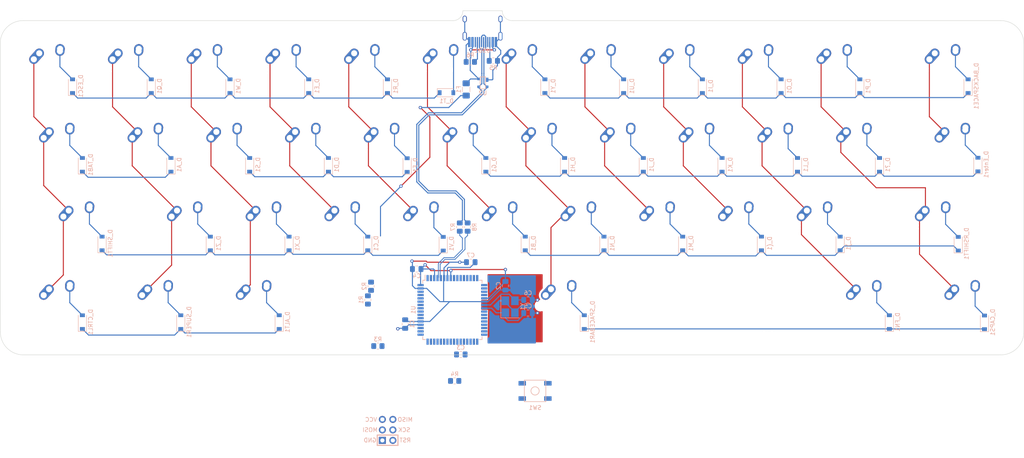
<source format=kicad_pcb>
(kicad_pcb (version 20211014) (generator pcbnew)
  (layers (0 "F.Cu" signal) (31 "B.Cu" signal) (34 "B.Paste" user) (35 "F.Paste" user) (36 "B.SilkS" user "B.Silkscreen") (37 "F.SilkS" user "F.Silkscreen") (38 "B.Mask" user) (39 "F.Mask" user) (44 "Edge.Cuts" user))
  (net 0 "")
  (net 1 "+5V")
  (net 2 "GND")
  (net 3 "Net-(C5-Pad2)")
  (net 4 "Net-(C6-Pad2)")
  (net 5 "Net-(C7-Pad1)")
  (net 6 "Net-(D_(1-Pad1)")
  (net 7 "Net-(D_(1-Pad2)")
  (net 8 "Net-(D_)1-Pad2)")
  (net 9 "Net-(D_A1-Pad2)")
  (net 10 "Net-(D_ALT1-Pad1)")
  (net 11 "Net-(D_ALT1-Pad2)")
  (net 12 "Net-(D_B1-Pad2)")
  (net 13 "Net-(D_BACKSPACE1-Pad1)")
  (net 14 "Net-(D_BACKSPACE1-Pad2)")
  (net 15 "Net-(D_C1-Pad2)")
  (net 16 "Net-(D_CAPS1-Pad2)")
  (net 17 "Net-(D_CTRL1-Pad2)")
  (net 18 "Net-(D_D1-Pad2)")
  (net 19 "Net-(D_E1-Pad2)")
  (net 20 "Net-(D_ESC1-Pad2)")
  (net 21 "Net-(D_F1-Pad2)")
  (net 22 "Net-(D_FN1-Pad2)")
  (net 23 "Net-(D_G1-Pad2)")
  (net 24 "Net-(D_H1-Pad2)")
  (net 25 "Net-(D_I1-Pad2)")
  (net 26 "Net-(D_J1-Pad2)")
  (net 27 "Net-(D_K1-Pad2)")
  (net 28 "Net-(D_L1-Pad2)")
  (net 29 "Net-(D_M1-Pad2)")
  (net 30 "Net-(D_N1-Pad2)")
  (net 31 "Net-(D_O1-Pad2)")
  (net 32 "Net-(D_P1-Pad2)")
  (net 33 "Net-(D_Q1-Pad2)")
  (net 34 "Net-(D_R1-Pad2)")
  (net 35 "Net-(D_RSHIFT1-Pad2)")
  (net 36 "Net-(D_S1-Pad2)")
  (net 37 "Net-(D_SHIFT1-Pad2)")
  (net 38 "Net-(D_SPACEBAR1-Pad2)")
  (net 39 "Net-(D_SUPER1-Pad2)")
  (net 40 "Net-(D_T1-Pad2)")
  (net 41 "Net-(D_TAB1-Pad2)")
  (net 42 "Net-(D_U1-Pad2)")
  (net 43 "Net-(D_V1-Pad2)")
  (net 44 "Net-(D_W1-Pad2)")
  (net 45 "Net-(D_X1-Pad2)")
  (net 46 "Net-(D_Y1-Pad2)")
  (net 47 "Net-(D_Z1-Pad2)")
  (net 48 "VCC")
  (net 49 "MISO")
  (net 50 "SCK")
  (net 51 "MOSI")
  (net 52 "Net-(J1-Pad5)")
  (net 53 "Net-(MX_(1-Pad1)")
  (net 54 "Net-(MX_)1-Pad1)")
  (net 55 "Net-(MX_A1-Pad1)")
  (net 56 "Net-(MX_ALT1-Pad1)")
  (net 57 "Net-(MX_B1-Pad1)")
  (net 58 "Net-(MX_BACKSPACE1-Pad1)")
  (net 59 "Net-(MX_C1-Pad1)")
  (net 60 "Net-(MX_CTRL1-Pad1)")
  (net 61 "Net-(MX_F1-Pad1)")
  (net 62 "Net-(MX_H1-Pad1)")
  (net 63 "Net-(MX_J1-Pad1)")
  (net 64 "Net-(R1-Pad1)")
  (net 65 "D+")
  (net 66 "Net-(R2-Pad1)")
  (net 67 "D-")
  (net 68 "Net-(R3-Pad1)")
  (net 69 "Net-(R5-Pad1)")
  (net 70 "Net-(R6-Pad1)")
  (net 74 "unconnected-(U1-Pad10)")
  (net 118 "Net-(D_?1-Pad1)")
  (net 119 "Net-(D_?1-Pad2)")
  (net 120 "Net-(D_Enter1-Pad2)")
  (net 121 "Net-(MX_?1-Pad1)")
  (net 122 "DN")
  (net 123 "DP")
  (footprint "MX_Alps_Hybrid:MX-1.25U-NoLED" (layer "F.Cu") (at 643.73125 146.05)
    (fp_text reference "MX_FN1")
    (fp_text value "MX-NoLED")
  )
  (footprint "MX_Alps_Hybrid:MX-1U-NoLED" (layer "F.Cu") (at 469.9 107.95)
    (fp_text reference "MX_A1")
    (fp_text value "MX-NoLED")
  )
  (footprint "MX_Alps_Hybrid:MX-1U-NoLED" (layer "F.Cu") (at 593.725 127)
    (fp_text reference "MX_M1")
    (fp_text value "MX-NoLED")
  )
  (footprint "MX_Alps_Hybrid:MX-1U-NoLED" (layer "F.Cu") (at 617.5375 88.9)
    (fp_text reference "MX_O1")
    (fp_text value "MX-NoLED")
  )
  (footprint "MX_Alps_Hybrid:MX-1U-NoLED" (layer "F.Cu") (at 579.4375 88.9)
    (fp_text reference "MX_U1")
    (fp_text value "MX-NoLED")
  )
  (footprint "MX_Alps_Hybrid:MX-1U-NoLED" (layer "F.Cu") (at 565.15 107.95)
    (fp_text reference "MX_H1")
    (fp_text value "MX-NoLED")
  )
  (footprint "MX_Alps_Hybrid:MX-1U-NoLED" (layer "F.Cu") (at 484.1875 88.9)
    (fp_text reference "MX_W1")
    (fp_text value "MX-NoLED")
  )
  (footprint "MX_Alps_Hybrid:MX-1.75U-NoLED" (layer "F.Cu") (at 453.23125 127)
    (fp_text reference "MX_SHIFT1")
    (fp_text value "MX-NoLED")
  )
  (footprint "MX_Alps_Hybrid:MX-1U-NoLED" (layer "F.Cu") (at 517.525 127)
    (fp_text reference "MX_C1")
    (fp_text value "MX-NoLED")
  )
  (footprint "MX_Alps_Hybrid:MX-1.25U-NoLED" (layer "F.Cu") (at 667.54375 146.05)
    (fp_text reference "MX_CAPS1")
    (fp_text value "MX-NoLED")
  )
  (footprint "MX_Alps_Hybrid:MX-1U-NoLED" (layer "F.Cu") (at 598.4875 88.9)
    (fp_text reference "MX_I1")
    (fp_text value "MX-NoLED")
  )
  (footprint "MX_Alps_Hybrid:MX-1U-NoLED" (layer "F.Cu") (at 503.2375 88.9)
    (fp_text reference "MX_E1")
    (fp_text value "MX-NoLED")
  )
  (footprint "MX_Alps_Hybrid:MX-1U-NoLED" (layer "F.Cu") (at 446.0875 88.9)
    (fp_text reference "MX_ESC1")
    (fp_text value "MX-NoLED")
  )
  (footprint "MX_Alps_Hybrid:MX-6.5U-NoLED" (layer "F.Cu") (at 569.9125 146.05)
    (fp_text reference "MX_SPACEBAR1")
    (fp_text value "MX-NoLED")
  )
  (footprint "MX_Alps_Hybrid:MX-1.25U-NoLED" (layer "F.Cu") (at 472.28125 146.05)
    (fp_text reference "MX_SUPER1")
    (fp_text value "MX-NoLED")
  )
  (footprint "MX_Alps_Hybrid:MX-1U-NoLED" (layer "F.Cu") (at 603.25 107.95)
    (fp_text reference "MX_K1")
    (fp_text value "MX-NoLED")
  )
  (footprint "MX_Alps_Hybrid:MX-1U-NoLED" (layer "F.Cu") (at 541.3375 88.9)
    (fp_text reference "MX_T1")
    (fp_text value "MX-NoLED")
  )
  (footprint "MX_Alps_Hybrid:MX-1U-NoLED" (layer "F.Cu") (at 508 107.95)
    (fp_text reference "MX_D1")
    (fp_text value "MX-NoLED")
  )
  (footprint "MX_Alps_Hybrid:MX-1U-NoLED" (layer "F.Cu") (at 498.475 127)
    (fp_text reference "MX_X1")
    (fp_text value "MX-NoLED")
  )
  (footprint "MX_Alps_Hybrid:MX-1U-NoLED" (layer "F.Cu") (at 465.1375 88.9)
    (fp_text reference "MX_Q1")
    (fp_text value "MX-NoLED")
  )
  (footprint "MX_Alps_Hybrid:MX-1.5U-NoLED" (layer "F.Cu") (at 665.1625 107.95)
    (fp_text reference "MX_ENTER1")
    (fp_text value "MX-NoLED")
  )
  (footprint "MX_Alps_Hybrid:MX-1U-NoLED" (layer "F.Cu") (at 536.575 127)
    (fp_text reference "MX_V1")
    (fp_text value "MX-NoLED")
  )
  (footprint "MX_Alps_Hybrid:MX-1.25U-NoLED" (layer "F.Cu") (at 496.09375 146.05)
    (fp_text reference "MX_ALT1")
    (fp_text value "MX-NoLED")
  )
  (footprint "MX_Alps_Hybrid:MX-1.75U-NoLED" (layer "F.Cu") (at 662.78125 88.9)
    (fp_text reference "MX_BACKSPACE1")
    (fp_text value "MX-NoLED")
  )
  (footprint "MX_Alps_Hybrid:MX-1U-NoLED" (layer "F.Cu") (at 555.625 127)
    (fp_text reference "MX_B1")
    (fp_text value "MX-NoLED")
  )
  (footprint "MX_Alps_Hybrid:MX-1U-NoLED" (layer "F.Cu") (at 527.05 107.95)
    (fp_text reference "MX_F1")
    (fp_text value "MX-NoLED")
  )
  (footprint "MX_Alps_Hybrid:MX-1U-NoLED" (layer "F.Cu") (at 636.5875 88.9)
    (fp_text reference "MX_P1")
    (fp_text value "MX-NoLED")
  )
  (footprint "MX_Alps_Hybrid:MX-1U-NoLED" (layer "F.Cu") (at 622.3 107.95)
    (fp_text reference "MX_L1")
    (fp_text value "MX-NoLED")
  )
  (footprint "MX_Alps_Hybrid:MX-1U-NoLED" (layer "F.Cu") (at 479.425 127)
    (fp_text reference "MX_Z1")
    (fp_text value "MX-NoLED")
  )
  (footprint "MX_Alps_Hybrid:MX-1U-NoLED" (layer "F.Cu") (at 546.1 107.95)
    (fp_text reference "MX_G1")
    (fp_text value "MX-NoLED")
  )
  (footprint "MX_Alps_Hybrid:MX-1.25U-NoLED" (layer "F.Cu") (at 448.46875 107.95)
    (fp_text reference "MX_TAB1")
    (fp_text value "MX-NoLED")
  )
  (footprint "MX_Alps_Hybrid:MX-1U-NoLED" (layer "F.Cu") (at 631.825 127)
    (fp_text reference "MX_)1")
    (fp_text value "MX-NoLED")
  )
  (footprint "MX_Alps_Hybrid:MX-1U-NoLED" (layer "F.Cu") (at 584.2 107.95)
    (fp_text reference "MX_J1")
    (fp_text value "MX-NoLED")
  )
  (footprint "MX_Alps_Hybrid:MX-1U-NoLED" (layer "F.Cu") (at 522.2875 88.9)
    (fp_text reference "MX_R1")
    (fp_text value "MX-NoLED")
  )
  (footprint "MX_Alps_Hybrid:MX-1.25U-NoLED" (layer "F.Cu") (at 448.46875 146.05)
    (fp_text reference "MX_CTRL1")
    (fp_text value "MX-NoLED")
  )
  (footprint "MX_Alps_Hybrid:MX-1U-NoLED" (layer "F.Cu") (at 488.95 107.95)
    (fp_text reference "MX_S1")
    (fp_text value "MX-NoLED")
  )
  (footprint "MX_Alps_Hybrid:MX-1U-NoLED" (layer "F.Cu") (at 560.3875 88.9)
    (fp_text reference "MX_Y1")
    (fp_text value "MX-NoLED")
  )
  (footprint "MX_Alps_Hybrid:MX-2U-NoLED" (layer "F.Cu") (at 660.4 127)
    (fp_text reference "MX_RSHIFT1")
    (fp_text value "MX-NoLED")
  )
  (footprint "MX_Alps_Hybrid:MX-1U-NoLED" (layer "F.Cu") (at 574.675 127)
    (fp_text reference "MX_N1")
    (fp_text value "MX-NoLED")
  )
  (footprint "MX_Alps_Hybrid:MX-1U-NoLED" (layer "F.Cu") (at 641.35 107.95)
    (fp_text reference "MX_?1")
    (fp_text value "MX-NoLED")
  )
  (footprint "MX_Alps_Hybrid:MX-1U-NoLED" (layer "F.Cu") (at 612.775 127)
    (fp_text reference "MX_(1")
    (fp_text value "MX-NoLED")
  )
  (footprint "Diode_SMD:D_SOD-123" (layer "B.Cu") (at 649.2875 150.01875 90)
    (fp_text reference "D_FN1")
    (fp_text value "D_Small")
  )
  (footprint "Type-C:HRO-TYPE-C-31-M-12-HandSoldering" (layer "B.Cu") (at 550.8625 73.99625)
    (fp_text reference "USB1")
    (fp_text value "HRO-TYPE-C-31-M-12")
  )
  (footprint "Diode_SMD:D_SOD-123" (layer "B.Cu") (at 627.0625 111.91875 90)
    (fp_text reference "D_L1")
    (fp_text value "D_Small")
  )
  (footprint "Capacitor_SMD:C_0805_2012Metric_Pad1.18x1.45mm_HandSolder" (layer "B.Cu") (at 548.005 135.509 180)
    (fp_text reference "C7")
    (fp_text value "1uF")
  )
  (footprint "Diode_SMD:D_SOD-123" (layer "B.Cu") (at 508.79375 92.86875 90)
    (fp_text reference "D_E1")
    (fp_text value "D_Small")
  )
  (footprint "Resistor_SMD:R_0805_2012Metric_Pad1.20x1.40mm_HandSolder" (layer "B.Cu") (at 547.243 127 90)
    (fp_text reference "R8")
    (fp_text value "22")
  )
  (footprint "Diode_SMD:D_SOD-123" (layer "B.Cu") (at 561.18125 130.96875 90)
    (fp_text reference "D_B1")
    (fp_text value "D_Small")
  )
  (footprint "Diode_SMD:D_SOD-123" (layer "B.Cu") (at 575.46875 150.01875 90)
    (fp_text reference "D_SPACEBAR1")
    (fp_text value "D_Small")
  )
  (footprint "Resistor_SMD:R_0805_2012Metric_Pad1.20x1.40mm_HandSolder" (layer "B.Cu") (at 545.338 127 -90)
    (fp_text reference "R7")
    (fp_text value "22")
  )
  (footprint "Diode_SMD:D_SOD-123" (layer "B.Cu") (at 637.38125 130.96875 90)
    (fp_text reference "D_)1")
    (fp_text value "D_Small")
  )
  (footprint "random-keyboard-parts:SOT143B" (layer "B.Cu") (at 550.926 92.075 180)
    (fp_text reference "U2")
    (fp_text value "PRTR5V0U2X")
  )
  (footprint "random-keyboard-parts:SKQG-1155865" (layer "B.Cu") (at 563.5625 166.6875 180)
    (fp_text reference "SW1")
    (fp_text value "SW_Push")
  )
  (footprint "Diode_SMD:D_SOD-123" (layer "B.Cu") (at 501.65 150.01875 90)
    (fp_text reference "D_ALT1")
    (fp_text value "D_Small")
  )
  (footprint "Diode_SMD:D_SOD-123" (layer "B.Cu") (at 454.025 150.01875 90)
    (fp_text reference "D_CTRL1")
    (fp_text value "D_Small")
  )
  (footprint "Diode_SMD:D_SOD-123" (layer "B.Cu") (at 504.03125 130.96875 90)
    (fp_text reference "D_X1")
    (fp_text value "D_Small")
  )
  (footprint "Diode_SMD:D_SOD-123" (layer "B.Cu") (at 665.95625 131.03125 90)
    (fp_text reference "D_RSHIFT1")
    (fp_text value "D_Small")
  )
  (footprint "Diode_SMD:D_SOD-123" (layer "B.Cu") (at 646.90625 111.91875 90)
    (fp_text reference "D_?1")
    (fp_text value "D_Small")
  )
  (footprint "Diode_SMD:D_SOD-123" (layer "B.Cu") (at 458.7875 130.96875 90)
    (fp_text reference "D_SHIFT1")
    (fp_text value "D_Small")
  )
  (footprint "Diode_SMD:D_SOD-123" (layer "B.Cu") (at 451.64375 92.86875 90)
    (fp_text reference "D_ESC1")
    (fp_text value "D_Small")
  )
  (footprint "Diode_SMD:D_SOD-123" (layer "B.Cu") (at 470.69375 92.86875 90)
    (fp_text reference "D_Q1")
    (fp_text value "D_Small")
  )
  (footprint "Resistor_SMD:R_0805_2012Metric_Pad1.20x1.40mm_HandSolder" (layer "B.Cu") (at 553.466 86.741)
    (fp_text reference "R5")
    (fp_text value "5.1k")
  )
  (footprint "Diode_SMD:D_SOD-123" (layer "B.Cu") (at 527.84375 92.86875 90)
    (fp_text reference "D_R1")
    (fp_text value "D_Small")
  )
  (footprint "Diode_SMD:D_SOD-123" (layer "B.Cu") (at 551.65625 111.91875 90)
    (fp_text reference "D_G1")
    (fp_text value "D_Small")
  )
  (footprint "Capacitor_SMD:C_0805_2012Metric_Pad1.18x1.45mm_HandSolder" (layer "B.Cu") (at 545.592 157.861 180)
    (fp_text reference "C3")
    (fp_text value "0.1uF")
  )
  (footprint "Capacitor_SMD:C_0805_2012Metric_Pad1.18x1.45mm_HandSolder" (layer "B.Cu") (at 556.387 141.224 -90)
    (fp_text reference "C2")
    (fp_text value "0.1uF")
  )
  (footprint "Fuse:Fuse_1206_3216Metric_Pad1.42x1.75mm_HandSolder" (layer "B.Cu") (at 546.89375 93.6625 -90)
    (fp_text reference "F1")
    (fp_text value "500m")
  )
  (footprint "Capacitor_SMD:C_0805_2012Metric_Pad1.18x1.45mm_HandSolder" (layer "B.Cu") (at 532.13 150.495 90)
    (fp_text reference "C1")
    (fp_text value "0.1uF")
  )
  (footprint "random-keyboard-parts:Reset_Pretty-Mask" (layer "B.Cu") (at 527.88125 176.13375 180)
    (fp_text reference "J1")
    (fp_text value "AVR-ISP-6")
  )
  (footprint "Diode_SMD:D_SOD-123" (layer "B.Cu") (at 454.025 111.91875 90)
    (fp_text reference "D_TAB1")
    (fp_text value "D_Small")
  )
  (footprint "Diode_SMD:D_SOD-123" (layer "B.Cu") (at 672.30625 150.08125 90)
    (fp_text reference "D_CAPS1")
    (fp_text value "D_Small")
  )
  (footprint "Diode_SMD:D_SOD-123" (layer "B.Cu") (at 570.70625 111.91875 90)
    (fp_text reference "D_H1")
    (fp_text value "D_Small")
  )
  (footprint "Diode_SMD:D_SOD-123" (layer "B.Cu") (at 623.09375 92.86875 90)
    (fp_text reference "D_O1")
    (fp_text value "D_Small")
  )
  (footprint "Diode_SMD:D_SOD-123" (layer "B.Cu") (at 484.98125 130.96875 90)
    (fp_text reference "D_Z1")
    (fp_text value "D_Small")
  )
  (footprint "Diode_SMD:D_SOD-123" (layer "B.Cu") (at 580.23125 130.96875 90)
    (fp_text reference "D_N1")
    (fp_text value "D_Small")
  )
  (footprint "Diode_SMD:D_SOD-123" (layer "B.Cu") (at 584.99375 92.86875 90)
    (fp_text reference "D_U1")
    (fp_text value "D_Small")
  )
  (footprint "Diode_SMD:D_SOD-123" (layer "B.Cu") (at 494.50625 111.91875 90)
    (fp_text reference "D_S1")
    (fp_text value "D_Small")
  )
  (footprint "Diode_SMD:D_SOD-123" (layer "B.Cu") (at 532.60625 111.98125 90)
    (fp_text reference "D_F1")
    (fp_text value "D_Small")
  )
  (footprint "Diode_SMD:D_SOD-123" (layer "B.Cu") (at 642.14375 92.86875 90)
    (fp_text reference "D_P1")
    (fp_text value "D_Small")
  )
  (footprint "Resistor_SMD:R_0805_2012Metric_Pad1.20x1.40mm_HandSolder" (layer "B.Cu") (at 544.10875 164.26875 180)
    (fp_text reference "R4")
    (fp_text value "10k")
  )
  (footprint "Diode_SMD:D_SOD-123" (layer "B.Cu") (at 541.3375 131.03125 90)
    (fp_text reference "D_V1")
    (fp_text value "D_Small")
  )
  (footprint "Capacitor_SMD:C_0805_2012Metric_Pad1.18x1.45mm_HandSolder" (layer "B.Cu") (at 561.848 144.653 180)
    (fp_text reference "C6")
    (fp_text value "22pF")
  )
  (footprint "Diode_SMD:D_SOD-123" (layer "B.Cu") (at 670.71875 111.85625 90)
    (fp_text reference "D_Enter1")
    (fp_text value "D_Small")
  )
  (footprint "Diode_SMD:D_SOD-123" (layer "B.Cu") (at 477.8375 150.01875 90)
    (fp_text reference "D_SUPER1")
    (fp_text value "D_Small")
  )
  (footprint "Crystal:Crystal_SMD_3225-4Pin_3.2x2.5mm_HandSoldering" (layer "B.Cu") (at 557.53 146.304 90)
    (fp_text reference "Y1")
    (fp_text value "Crystal_GND24_Small")
  )
  (footprint "Package_QFP:TQFP-64_14x14mm_P0.8mm" (layer "B.Cu") (at 543.56 147.066 -90)
    (fp_text reference "U1")
    (fp_text value "AT90USB1286-A")
  )
  (footprint "Diode_SMD:D_SOD-123" (layer "B.Cu") (at 542.13125 94.45625)
    (fp_text reference "D_T1")
    (fp_text value "D_Small")
  )
  (footprint "Capacitor_SMD:C_0805_2012Metric_Pad1.18x1.45mm_HandSolder" (layer "B.Cu") (at 561.848 147.828 180)
    (fp_text reference "C5")
    (fp_text value "22pF")
  )
  (footprint "Diode_SMD:D_SOD-123" (layer "B.Cu") (at 599.28125 130.96875 90)
    (fp_text reference "D_M1")
    (fp_text value "D_Small")
  )
  (footprint "Diode_SMD:D_SOD-123" (layer "B.Cu") (at 589.75625 111.91875 90)
    (fp_text reference "D_J1")
    (fp_text value "D_Small")
  )
  (footprint "Diode_SMD:D_SOD-123" (layer "B.Cu") (at 513.55625 111.91875 90)
    (fp_text reference "D_D1")
    (fp_text value "D_Small")
  )
  (footprint "Resistor_SMD:R_0805_2012Metric_Pad1.20x1.40mm_HandSolder" (layer "B.Cu") (at 523.113 144.653 -90)
    (fp_text reference "R1")
    (fp_text value "22")
  )
  (footprint "Diode_SMD:D_SOD-123" (layer "B.Cu") (at 489.74375 92.86875 90)
    (fp_text reference "D_W1")
    (fp_text value "D_Small")
  )
  (footprint "Diode_SMD:D_SOD-123" (layer "B.Cu") (at 475.45625 111.91875 90)
    (fp_text reference "D_A1")
    (fp_text value "D_Small")
  )
  (footprint "Diode_SMD:D_SOD-123" (layer "B.Cu") (at 608.80625 111.91875 90)
    (fp_text reference "D_K1")
    (fp_text value "D_Small")
  )
  (footprint "Capacitor_SMD:C_0805_2012Metric_Pad1.18x1.45mm_HandSolder" (layer "B.Cu") (at 534.924 137.16)
    (fp_text reference "C4")
    (fp_text value "10uF")
  )
  (footprint "Diode_SMD:D_SOD-123" (layer "B.Cu") (at 565.94375 92.86875 90)
    (fp_text reference "D_Y1")
    (fp_text value "D_Small")
  )
  (footprint "Resistor_SMD:R_0805_2012Metric_Pad1.20x1.40mm_HandSolder" (layer "B.Cu") (at 547.894 86.995 180)
    (fp_text reference "R6")
    (fp_text value "5.1k")
  )
  (footprint "Resistor_SMD:R_0805_2012Metric_Pad1.20x1.40mm_HandSolder" (layer "B.Cu") (at 523.875 141.335 -90)
    (fp_text reference "R2")
    (fp_text value "22")
  )
  (footprint "Diode_SMD:D_SOD-123" (layer "B.Cu") (at 668.3375 92.86875 90)
    (fp_text reference "D_BACKSPACE1")
    (fp_text value "D_Small")
  )
  (footprint "Diode_SMD:D_SOD-123" (layer "B.Cu") (at 618.33125 130.96875 90)
    (fp_text reference "D_(1")
    (fp_text value "D_Small")
  )
  (footprint "Diode_SMD:D_SOD-123" (layer "B.Cu") (at 523.08125 130.96875 90)
    (fp_text reference "D_C1")
    (fp_text value "D_Small")
  )
  (footprint "Diode_SMD:D_SOD-123" (layer "B.Cu") (at 604.04375 92.86875 90)
    (fp_text reference "D_I1")
    (fp_text value "D_Small")
  )
  (footprint "Resistor_SMD:R_0805_2012Metric_Pad1.20x1.40mm_HandSolder" (layer "B.Cu") (at 525.526 155.829 180)
    (fp_text reference "R3")
    (fp_text value "10k")
  )
  (gr_arc (start 558.00625 76.99375) (mid 556.322452 76.296298) (end 555.625 74.6125) (layer "Edge.Cuts") (width 0.1))
  (gr_arc (start 546.1 74.6125) (mid 545.402548 76.296298) (end 543.71875 76.99375) (layer "Edge.Cuts") (width 0.1))
  (gr_arc (start 439.7375 157.95625) (mid 435.808638 156.328862) (end 434.18125 152.4) (layer "Edge.Cuts") (width 0.1))
  (gr_line (start 439.7375 157.95625) (end 676.275 157.95625) (layer "Edge.Cuts") (width 0.1))
  (gr_line (start 546.1 74.6125) (end 555.625 74.6125) (layer "Edge.Cuts") (width 0.1))
  (gr_line (start 558.00625 76.99375) (end 676.275 76.99375) (layer "Edge.Cuts") (width 0.1))
  (gr_line (start 681.83125 152.4) (end 681.83125 82.55) (layer "Edge.Cuts") (width 0.1))
  (gr_arc (start 434.141362 82.510112) (mid 435.771186 78.595327) (end 439.697612 76.99375) (layer "Edge.Cuts") (width 0.1))
  (gr_arc locked (start 681.83125 152.4) (mid 680.203862 156.328862) (end 676.275 157.95625) (layer "Edge.Cuts") (width 0.1))
  (gr_line (start 543.71875 76.99375) (end 439.697612 76.99375) (layer "Edge.Cuts") (width 0.1))
  (gr_arc (start 676.275 76.99375) (mid 680.203862 78.621138) (end 681.83125 82.55) (layer "Edge.Cuts") (width 0.1))
  (gr_line (start 434.18125 152.4) (end 434.141362 82.510112) (layer "Edge.Cuts") (width 0.1))
  (segment (start 538.099 100.33) (end 538.099 110.109) (width 0.25) (layer "F.Cu") (net 1))
  (segment (start 535.813 98.044) (end 538.099 100.33) (width 0.25) (layer "F.Cu") (net 1))
  (segment (start 543.433 137.287) (end 543.179 137.541) (width 0.25) (layer "F.Cu") (net 1))
  (segment (start 543.179 137.541) (end 538.353 137.541) (width 0.25) (layer "F.Cu") (net 1))
  (segment (start 538.099 110.109) (end 531.114 117.094) (width 0.25) (layer "F.Cu") (net 1))
  (segment (start 538.353 137.541) (end 536.956 136.144) (width 0.25) (layer "F.Cu") (net 1))
  (segment (start 556.387 137.287) (end 543.433 137.287) (width 0.25) (layer "F.Cu") (net 1))
  (via (at 530.352 151.638) (size 0.8) (drill 0.4) (layers "F.Cu" "B.Cu") (net 1))
  (via (at 535.813 98.044) (size 0.8) (drill 0.4) (layers "F.Cu" "B.Cu") (net 1))
  (via (at 556.387 137.287) (size 0.8) (drill 0.4) (layers "F.Cu" "B.Cu") (net 1))
  (via (at 531.114 117.094) (size 0.8) (drill 0.4) (layers "F.Cu" "B.Cu") (net 1))
  (via (at 536.956 136.144) (size 0.8) (drill 0.4) (layers "F.Cu" "B.Cu") (net 1))
  (via (at 543.179 137.541) (size 0.8) (drill 0.4) (layers "F.Cu" "B.Cu") (net 1))
  (segment (start 543.16 139.366) (end 543.179 139.347) (width 0.25) (layer "B.Cu") (net 1))
  (segment (start 526.161 122.047) (end 526.161 129.159) (width 0.25) (layer "B.Cu") (net 1))
  (segment (start 535.9615 137.1385) (end 536.956 136.144) (width 0.25) (layer "B.Cu") (net 1))
  (segment (start 539.16 139.366) (end 539.242 139.284) (width 0.25) (layer "B.Cu") (net 1))
  (segment (start 539.242 137.414) (end 538.988 137.16) (width 0.25) (layer "B.Cu") (net 1))
  (segment (start 546.89375 95.15) (end 545.565 95.15) (width 0.25) (layer "B.Cu") (net 1))
  (segment (start 530.4575 151.5325) (end 530.352 151.638) (width 0.25) (layer "B.Cu") (net 1))
  (segment (start 556.387 140.1865) (end 556.387 137.287) (width 0.25) (layer "B.Cu") (net 1))
  (segment (start 531.114 117.094) (end 526.161 122.047) (width 0.25) (layer "B.Cu") (net 1))
  (segment (start 535.86 137.2615) (end 535.9615 137.16) (width 0.25) (layer "B.Cu") (net 1))
  (segment (start 552.3075 144.266) (end 556.387 140.1865) (width 0.25) (layer "B.Cu") (net 1))
  (segment (start 551.26 144.266) (end 552.3075 144.266) (width 0.25) (layer "B.Cu") (net 1))
  (segment (start 535.86 141.066) (end 535.86 137.2615) (width 0.25) (layer "B.Cu") (net 1))
  (segment (start 545.565 95.15) (end 542.671 98.044) (width 0.25) (layer "B.Cu") (net 1))
  (segment (start 538.988 137.16) (end 535.9615 137.16) (width 0.25) (layer "B.Cu") (net 1))
  (segment (start 542.671 98.044) (end 535.813 98.044) (width 0.25) (layer "B.Cu") (net 1))
  (segment (start 539.242 139.284) (end 539.242 137.414) (width 0.25) (layer "B.Cu") (net 1))
  (segment (start 543.16 137.56) (end 543.179 137.541) (width 0.25) (layer "B.Cu") (net 1))
  (segment (start 543.16 139.366) (end 543.16 137.56) (width 0.25) (layer "B.Cu") (net 1))
  (segment (start 532.13 151.5325) (end 530.4575 151.5325) (width 0.25) (layer "B.Cu") (net 1))
  (segment (start 535.86 150.666) (end 532.9965 150.666) (width 0.25) (layer "B.Cu") (net 1))
  (segment (start 535.9615 137.16) (end 535.9615 137.1385) (width 0.25) (layer "B.Cu") (net 1))
  (segment (start 532.9965 150.666) (end 532.13 151.5325) (width 0.25) (layer "B.Cu") (net 1))
  (segment (start 545.338 135.509) (end 537.464 135.509) (width 0.25) (layer "F.Cu") (net 2))
  (segment (start 537.21 135.255) (end 533.781 135.255) (width 0.25) (layer "F.Cu") (net 2))
  (segment (start 537.464 135.509) (end 537.21 135.255) (width 0.25) (layer "F.Cu") (net 2))
  (via (at 564.134 147.828) (size 0.8) (drill 0.4) (layers "F.Cu" "B.Cu") (net 2))
  (via (at 545.338 135.509) (size 0.8) (drill 0.4) (layers "F.Cu" "B.Cu") (net 2))
  (via (at 533.781 135.255) (size 0.8) (drill 0.4) (layers "F.Cu" "B.Cu") (net 2))
  (via (at 564.134 144.653) (size 0.8) (drill 0.4) (layers "F.Cu" "B.Cu") (net 2))
  (segment (start 555.1825 81.09625) (end 554.0875 82.19125) (width 0.25) (layer "B.Cu") (net 2))
  (segment (start 538.093 149.866) (end 542.893 145.066) (width 0.25) (layer "B.Cu") (net 2))
  (segment (start 533.8865 141.2025) (end 533.8865 137.16) (width 0.25) (layer "B.Cu") (net 2))
  (segment (start 553.2 91.325) (end 551.926 91.325) (width 0.25) (layer "B.Cu") (net 2))
  (segment (start 541.528 136.906) (end 542.925 135.509) (width 0.25) (layer "B.Cu") (net 2))
  (segment (start 535.86 149.866) (end 538.093 149.866) (width 0.25) (layer "B.Cu") (net 2))
  (segment (start 552.164 145.066) (end 554.99 142.24) (width 0.25) (layer "B.Cu") (net 2))
  (segment (start 532.5385 149.866) (end 532.13 149.4575) (width 0.25) (layer "B.Cu") (net 2))
  (segment (start 558.68 147.567) (end 558.68 147.754) (width 0.25) (layer "B.Cu") (net 2))
  (segment (start 562.8855 145.1395) (end 561.721 146.304) (width 0.25) (layer "B.Cu") (net 2))
  (segment (start 556.3655 142.24) (end 556.387 142.2615) (width 0.25) (layer "B.Cu") (net 2))
  (segment (start 541.433 139.493) (end 541.433 145.066) (width 0.25) (layer "B.Cu") (net 2))
  (segment (start 554.466 85.868) (end 554.466 86.741) (width 0.25) (layer "B.Cu") (net 2))
  (segment (start 547.6375 82.19125) (end 546.894 82.93475) (width 0.25) (layer "B.Cu") (net 2))
  (segment (start 553.339 91.186) (end 553.2 91.325) (width 0.25) (layer "B.Cu") (net 2))
  (segment (start 562.8855 147.828) (end 564.134 147.828) (width 0.25) (layer "B.Cu") (net 2))
  (segment (start 562.8855 147.4685) (end 561.721 146.304) (width 0.25) (layer "B.Cu") (net 2))
  (segment (start 562.8855 147.828) (end 562.8855 147.4685) (width 0.25) (layer "B.Cu") (net 2))
  (segment (start 561.721 146.304) (end 559.943 146.304) (width 0.25) (layer "B.Cu") (net 2))
  (segment (start 555.1825 80.77625) (end 555.1825 81.09625) (width 0.25) (layer "B.Cu") (net 2))
  (segment (start 537.337 141.859) (end 535.867 141.859) (width 0.25) (layer "B.Cu") (net 2))
  (segment (start 555.244 84.201) (end 555.244 85.09) (width 0.25) (layer "B.Cu") (net 2))
  (segment (start 562.8855 144.653) (end 564.134 144.653) (width 0.25) (layer "B.Cu") (net 2))
  (segment (start 534.55 141.866) (end 533.8865 141.2025) (width 0.25) (layer "B.Cu") (net 2))
  (segment (start 562.8855 144.653) (end 562.8855 145.1395) (width 0.25) (layer "B.Cu") (net 2))
  (segment (start 555.1825 76.59625) (end 555.1825 80.77625) (width 0.25) (layer "B.Cu") (net 2))
  (segment (start 556.387 142.2615) (end 560.494 142.2615) (width 0.25) (layer "B.Cu") (net 2))
  (segment (start 554.0875 82.19125) (end 554.0875 83.0445) (width 0.25) (layer "B.Cu") (net 2))
  (segment (start 558.68 147.581) (end 558.68 147.754) (width 0.25) (layer "B.Cu") (net 2))
  (segment (start 535.86 141.866) (end 534.55 141.866) (width 0.25) (layer "B.Cu") (net 2))
  (segment (start 533.8865 137.16) (end 533.8865 135.3605) (width 0.25) (layer "B.Cu") (net 2))
  (segment (start 554.466 87.9) (end 553.339 89.027) (width 0.25) (layer "B.Cu") (net 2))
  (segment (start 545.338 135.509) (end 546.9675 135.509) (width 0.25) (layer "B.Cu") (net 2))
  (segment (start 541.528 139.334) (end 541.528 136.906) (width 0.25) (layer "B.Cu") (net 2))
  (segment (start 554.466 86.741) (end 554.466 87.9) (width 0.25) (layer "B.Cu") (net 2))
  (segment (start 556.38 144.854) (end 556.38 145.281) (width 0.25) (layer "B.Cu") (net 2))
  (segment (start 535.867 141.859) (end 535.86 141.866) (width 0.25) (layer "B.Cu") (net 2))
  (segment (start 547.6375 81.87125) (end 546.5425 80.77625) (width 0.25) (layer "B.Cu") (net 2))
  (segment (start 553.339 89.027) (end 553.339 91.186) (width 0.25) (layer "B.Cu") (net 2))
  (segment (start 546.894 82.93475) (end 546.894 86.995) (width 0.25) (layer "B.Cu") (net 2))
  (segment (start 535.86 149.866) (end 532.5385 149.866) (width 0.25) (layer "B.Cu") (net 2))
  (segment (start 541.56 139.366) (end 541.528 139.334) (width 0.25) (layer "B.Cu") (net 2))
  (segment (start 542.893 145.066) (end 541.433 145.066) (width 0.25) (layer "B.Cu") (net 2))
  (segment (start 554.0875 83.0445) (end 555.244 84.201) (width 0.25) (layer "B.Cu") (net 2))
  (segment (start 533.8865 135.3605) (end 533.781 135.255) (width 0.25) (layer "B.Cu") (net 2))
  (segment (start 554.99 142.24) (end 556.3655 142.24) (width 0.25) (layer "B.Cu") (net 2))
  (segment (start 547.6375 82.19125) (end 547.6375 81.87125) (width 0.25) (layer "B.Cu") (net 2))
  (segment (start 551.26 145.066) (end 552.164 145.066) (width 0.25) (layer "B.Cu") (net 2))
  (segment (start 540.544 145.066) (end 537.337 141.859) (width 0.25) (layer "B.Cu") (net 2))
  (segment (start 541.56 139.366) (end 541.433 139.493) (width 0.25) (layer "B.Cu") (net 2))
  (segment (start 556.38 145.281) (end 558.68 147.581) (width 0.25) (layer "B.Cu") (net 2))
  (segment (start 555.244 85.09) (end 554.466 85.868) (width 0.25) (layer "B.Cu") (net 2))
  (segment (start 546.5425 80.77625) (end 546.5425 76.59625) (width 0.25) (layer "B.Cu") (net 2))
  (segment (start 542.925 135.509) (end 545.338 135.509) (width 0.25) (layer "B.Cu") (net 2))
  (segment (start 559.943 146.304) (end 558.68 147.567) (width 0.25) (layer "B.Cu") (net 2))
  (segment (start 551.26 145.066) (end 542.893 145.066) (width 0.25) (layer "B.Cu") (net 2))
  (segment (start 560.494 142.2615) (end 562.8855 144.653) (width 0.25) (layer "B.Cu") (net 2))
  (segment (start 541.433 145.066) (end 540.544 145.066) (width 0.25) (layer "B.Cu") (net 2))
  (segment (start 554.154 147.754) (end 553.066 146.666) (width 0.25) (layer "B.Cu") (net 3))
  (segment (start 559.435 149.606) (end 557.022 149.606) (width 0.25) (layer "B.Cu") (net 3))
  (segment (start 556.38 148.964) (end 556.38 147.754) (width 0.25) (layer "B.Cu") (net 3))
  (segment (start 553.066 146.666) (end 551.26 146.666) (width 0.25) (layer "B.Cu") (net 3))
  (segment (start 557.022 149.606) (end 556.38 148.964) (width 0.25) (layer "B.Cu") (net 3))
  (segment (start 560.8105 148.2305) (end 559.435 149.606) (width 0.25) (layer "B.Cu") (net 3))
  (segment (start 556.38 147.754) (end 554.154 147.754) (width 0.25) (layer "B.Cu") (net 3))
  (segment (start 560.8105 147.828) (end 560.8105 148.2305) (width 0.25) (layer "B.Cu") (net 3))
  (segment (start 551.26 145.866) (end 552.761 145.866) (width 0.25) (layer "B.Cu") (net 4))
  (segment (start 552.761 145.866) (end 555.371 143.256) (width 0.25) (layer "B.Cu") (net 4))
  (segment (start 558.68 144.66) (end 558.68 144.854) (width 0.25) (layer "B.Cu") (net 4))
  (segment (start 560.8105 144.653) (end 558.881 144.653) (width 0.25) (layer "B.Cu") (net 4))
  (segment (start 557.276 143.256) (end 558.68 144.66) (width 0.25) (layer "B.Cu") (net 4))
  (segment (start 558.881 144.653) (end 558.68 144.854) (width 0.25) (layer "B.Cu") (net 4))
  (segment (start 555.371 143.256) (end 557.276 143.256) (width 0.25) (layer "B.Cu") (net 4))
  (segment (start 547.878 136.779) (end 542.544 136.779) (width 0.25) (layer "B.Cu") (net 5))
  (segment (start 542.36 136.963) (end 542.36 139.366) (width 0.25) (layer "B.Cu") (net 5))
  (segment (start 542.544 136.779) (end 542.36 136.963) (width 0.25) (layer "B.Cu") (net 5))
  (segment (start 549.0425 135.509) (end 549.0425 135.6145) (width 0.25) (layer "B.Cu") (net 5))
  (segment (start 549.0425 135.6145) (end 547.878 136.779) (width 0.25) (layer "B.Cu") (net 5))
  (segment (start 638.428 131.572) (end 664.847 131.572) (width 0.25) (layer "B.Cu") (net 6))
  (segment (start 486.0935 133.731) (end 502.919 133.731) (width 0.25) (layer "B.Cu") (net 6))
  (segment (start 483.869 133.731) (end 484.98125 132.61875) (width 0.25) (layer "B.Cu") (net 6))
  (segment (start 484.98125 132.61875) (end 486.0935 133.731) (width 0.25) (layer "B.Cu") (net 6))
  (segment (start 580.23125 132.61875) (end 581.4705 133.858) (width 0.25) (layer "B.Cu") (net 6))
  (segment (start 618.33125 132.61875) (end 619.5705 133.858) (width 0.25) (layer "B.Cu") (net 6))
  (segment (start 505.0165 133.604) (end 522.096 133.604) (width 0.25) (layer "B.Cu") (net 6))
  (segment (start 562.4205 133.858) (end 578.992 133.858) (width 0.25) (layer "B.Cu") (net 6))
  (segment (start 664.847 131.572) (end 665.95625 132.68125) (width 0.25) (layer "B.Cu") (net 6))
  (segment (start 616.965 133.985) (end 600.6475 133.985) (width 0.25) (layer "B.Cu") (net 6))
  (segment (start 636.142 133.858) (end 637.38125 132.61875) (width 0.25) (layer "B.Cu") (net 6))
  (segment (start 502.919 133.731) (end 504.03125 132.61875) (width 0.25) (layer "B.Cu") (net 6))
  (segment (start 619.5705 133.858) (end 636.142 133.858) (width 0.25) (layer "B.Cu") (net 6))
  (segment (start 540.16075 133.858) (end 541.3375 132.68125) (width 0.25) (layer "B.Cu") (net 6))
  (segment (start 458.7875 132.61875) (end 459.89975 133.731) (width 0.25) (layer "B.Cu") (net 6))
  (segment (start 618.33125 132.61875) (end 616.965 133.985) (width 0.25) (layer "B.Cu") (net 6))
  (segment (start 598.042 133.858) (end 599.28125 132.61875) (width 0.25) (layer "B.Cu") (net 6))
  (segment (start 578.992 133.858) (end 580.23125 132.61875) (width 0.25) (layer "B.Cu") (net 6))
  (segment (start 524.3205 133.858) (end 540.16075 133.858) (width 0.25) (layer "B.Cu") (net 6))
  (segment (start 459.89975 133.731) (end 483.869 133.731) (width 0.25) (layer "B.Cu") (net 6))
  (segment (start 522.096 133.604) (end 523.08125 132.61875) (width 0.25) (layer "B.Cu") (net 6))
  (segment (start 504.03125 132.61875) (end 505.0165 133.604) (width 0.25) (layer "B.Cu") (net 6))
  (segment (start 600.6475 133.985) (end 599.28125 132.61875) (width 0.25) (layer "B.Cu") (net 6))
  (segment (start 581.4705 133.858) (end 598.042 133.858) (width 0.25) (layer "B.Cu") (net 6))
  (segment (start 561.18125 132.61875) (end 562.4205 133.858) (width 0.25) (layer "B.Cu") (net 6))
  (segment (start 637.38125 132.61875) (end 638.428 131.572) (width 0.25) (layer "B.Cu") (net 6))
  (segment (start 523.08125 132.61875) (end 524.3205 133.858) (width 0.25) (layer "B.Cu") (net 6))
  (segment (start 615.275 126.2625) (end 618.33125 129.31875) (width 0.25) (layer "B.Cu") (net 7))
  (segment (start 615.275 122.5) (end 615.275 126.2625) (width 0.25) (layer "B.Cu") (net 7))
  (segment (start 634.325 122.5) (end 634.325 126.2625) (width 0.25) (layer "B.Cu") (net 8))
  (segment (start 634.325 126.2625) (end 637.38125 129.31875) (width 0.25) (layer "B.Cu") (net 8))
  (segment (start 475.45625 110.26875) (end 472.4 107.2125) (width 0.25) (layer "B.Cu") (net 9))
  (segment (start 472.4 107.2125) (end 472.4 103.45) (width 0.25) (layer "B.Cu") (net 9))
  (segment (start 649.95525 151.66875) (end 575.46875 151.66875) (width 0.25) (layer "B.Cu") (net 10))
  (segment (start 672.24375 151.66875) (end 672.30625 151.73125) (width 0.25) (layer "B.Cu") (net 10))
  (segment (start 649.95525 151.66875) (end 672.24375 151.66875) (width 0.25) (layer "B.Cu") (net 10))
  (segment (start 476.34425 153.162) (end 455.51825 153.162) (width 0.25) (layer "B.Cu") (net 10))
  (segment (start 478.82275 152.654) (end 477.8375 151.66875) (width 0.25) (layer "B.Cu") (net 10))
  (segment (start 477.8375 151.66875) (end 476.34425 153.162) (width 0.25) (layer "B.Cu") (net 10))
  (segment (start 501.65 151.66875) (end 500.66475 152.654) (width 0.25) (layer "B.Cu") (net 10))
  (segment (start 500.66475 152.654) (end 478.82275 152.654) (width 0.25) (layer "B.Cu") (net 10))
  (segment (start 455.51825 153.162) (end 454.025 151.66875) (width 0.25) (layer "B.Cu") (net 10))
  (segment (start 649.2875 151.66875) (end 649.95525 151.66875) (width 0.25) (layer "B.Cu") (net 10))
  (segment (start 498.59375 145.3125) (end 498.59375 141.55) (width 0.25) (layer "B.Cu") (net 11))
  (segment (start 501.65 148.36875) (end 498.59375 145.3125) (width 0.25) (layer "B.Cu") (net 11))
  (segment (start 558.125 126.2625) (end 561.18125 129.31875) (width 0.25) (layer "B.Cu") (net 12))
  (segment (start 558.125 122.5) (end 558.125 126.2625) (width 0.25) (layer "B.Cu") (net 12))
  (segment (start 508.79375 94.51875) (end 510.033 95.758) (width 0.25) (layer "B.Cu") (net 13))
  (segment (start 586.233 95.758) (end 602.8045 95.758) (width 0.25) (layer "B.Cu") (net 13))
  (segment (start 584.99375 94.51875) (end 586.233 95.758) (width 0.25) (layer "B.Cu") (net 13))
  (segment (start 604.04375 94.51875) (end 605.283 95.758) (width 0.25) (layer "B.Cu") (net 13))
  (segment (start 623.09375 94.51875) (end 624.206 95.631) (width 0.25) (layer "B.Cu") (net 13))
  (segment (start 641.0315 95.631) (end 642.14375 94.51875) (width 0.25) (layer "B.Cu") (net 13))
  (segment (start 507.5545 95.758) (end 508.79375 94.51875) (width 0.25) (layer "B.Cu") (net 13))
  (segment (start 642.14375 94.51875) (end 643.256 95.631) (width 0.25) (layer "B.Cu") (net 13))
  (segment (start 527.84375 94.51875) (end 529.083 95.758) (width 0.25) (layer "B.Cu") (net 13))
  (segment (start 489.74375 94.51875) (end 490.983 95.758) (width 0.25) (layer "B.Cu") (net 13))
  (segment (start 470.69375 94.51875) (end 471.933 95.758) (width 0.25) (layer "B.Cu") (net 13))
  (segment (start 624.206 95.631) (end 641.0315 95.631) (width 0.25) (layer "B.Cu") (net 13))
  (segment (start 565.94375 94.51875) (end 567.183 95.758) (width 0.25) (layer "B.Cu") (net 13))
  (segment (start 583.7545 95.758) (end 584.99375 94.51875) (width 0.25) (layer "B.Cu") (net 13))
  (segment (start 471.933 95.758) (end 488.5045 95.758) (width 0.25) (layer "B.Cu") (net 13))
  (segment (start 490.983 95.758) (end 507.5545 95.758) (width 0.25) (layer "B.Cu") (net 13))
  (segment (start 539.1795 95.758) (end 540.48125 94.45625) (width 0.25) (layer "B.Cu") (net 13))
  (segment (start 469.4545 95.758) (end 470.69375 94.51875) (width 0.25) (layer "B.Cu") (net 13))
  (segment (start 452.883 95.758) (end 469.4545 95.758) (width 0.25) (layer "B.Cu") (net 13))
  (segment (start 667.22525 95.631) (end 668.3375 94.51875) (width 0.25) (layer "B.Cu") (net 13))
  (segment (start 451.64375 94.51875) (end 452.883 95.758) (width 0.25) (layer "B.Cu") (net 13))
  (segment (start 526.6045 95.758) (end 527.84375 94.51875) (width 0.25) (layer "B.Cu") (net 13))
  (segment (start 643.256 95.631) (end 667.22525 95.631) (width 0.25) (layer "B.Cu") (net 13))
  (segment (start 567.183 95.758) (end 583.7545 95.758) (width 0.25) (layer "B.Cu") (net 13))
  (segment (start 488.5045 95.758) (end 489.74375 94.51875) (width 0.25) (layer "B.Cu") (net 13))
  (segment (start 621.8545 95.758) (end 623.09375 94.51875) (width 0.25) (layer "B.Cu") (net 13))
  (segment (start 529.083 95.758) (end 539.1795 95.758) (width 0.25) (layer "B.Cu") (net 13))
  (segment (start 510.033 95.758) (end 526.6045 95.758) (width 0.25) (layer "B.Cu") (net 13))
  (segment (start 602.8045 95.758) (end 604.04375 94.51875) (width 0.25) (layer "B.Cu") (net 13))
  (segment (start 605.283 95.758) (end 621.8545 95.758) (width 0.25) (layer "B.Cu") (net 13))
  (segment (start 665.28125 84.4) (end 665.28125 88.1625) (width 0.25) (layer "B.Cu") (net 14))
  (segment (start 665.28125 88.1625) (end 668.3375 91.21875) (width 0.25) (layer "B.Cu") (net 14))
  (segment (start 520.025 126.2625) (end 523.08125 129.31875) (width 0.25) (layer "B.Cu") (net 15))
  (segment (start 520.025 122.5) (end 520.025 126.2625) (width 0.25) (layer "B.Cu") (net 15))
  (segment (start 670.04375 146.16875) (end 672.30625 148.43125) (width 0.25) (layer "B.Cu") (net 16))
  (segment (start 670.04375 141.55) (end 670.04375 146.16875) (width 0.25) (layer "B.Cu") (net 16))
  (segment (start 454.025 148.36875) (end 450.96875 145.3125) (width 0.25) (layer "B.Cu") (net 17))
  (segment (start 450.96875 145.3125) (end 450.96875 141.55) (width 0.25) (layer "B.Cu") (net 17))
  (segment (start 510.5 107.2125) (end 510.5 103.45) (width 0.25) (layer "B.Cu") (net 18))
  (segment (start 513.55625 110.26875) (end 510.5 107.2125) (width 0.25) (layer "B.Cu") (net 18))
  (segment (start 505.7375 88.1625) (end 508.79375 91.21875) (width 0.25) (layer "B.Cu") (net 19))
  (segment (start 505.7375 84.4) (end 505.7375 88.1625) (width 0.25) (layer "B.Cu") (net 19))
  (segment (start 448.5875 84.4) (end 448.5875 88.1625) (width 0.25) (layer "B.Cu") (net 20))
  (segment (start 448.5875 88.1625) (end 451.64375 91.21875) (width 0.25) (layer "B.Cu") (net 20))
  (segment (start 532.60625 110.33125) (end 529.55 107.275) (width 0.25) (layer "B.Cu") (net 21))
  (segment (start 529.55 107.275) (end 529.55 103.45) (width 0.25) (layer "B.Cu") (net 21))
  (segment (start 646.23125 141.55) (end 646.23125 145.3125) (width 0.25) (layer "B.Cu") (net 22))
  (segment (start 646.23125 145.3125) (end 649.2875 148.36875) (width 0.25) (layer "B.Cu") (net 22))
  (segment (start 548.6 107.2125) (end 548.6 103.45) (width 0.25) (layer "B.Cu") (net 23))
  (segment (start 551.65625 110.26875) (end 548.6 107.2125) (width 0.25) (layer "B.Cu") (net 23))
  (segment (start 567.65 107.2125) (end 567.65 103.45) (width 0.25) (layer "B.Cu") (net 24))
  (segment (start 570.70625 110.26875) (end 567.65 107.2125) (width 0.25) (layer "B.Cu") (net 24))
  (segment (start 600.9875 84.4) (end 600.9875 88.1625) (width 0.25) (layer "B.Cu") (net 25))
  (segment (start 600.9875 88.1625) (end 604.04375 91.21875) (width 0.25) (layer "B.Cu") (net 25))
  (segment (start 589.75625 110.26875) (end 586.7 107.2125) (width 0.25) (layer "B.Cu") (net 26))
  (segment (start 586.7 107.2125) (end 586.7 103.45) (width 0.25) (layer "B.Cu") (net 26))
  (segment (start 605.75 107.2125) (end 605.75 103.45) (width 0.25) (layer "B.Cu") (net 27))
  (segment (start 608.80625 110.26875) (end 605.75 107.2125) (width 0.25) (layer "B.Cu") (net 27))
  (segment (start 624.8 108.00625) (end 624.8 103.45) (width 0.25) (layer "B.Cu") (net 28))
  (segment (start 627.0625 110.26875) (end 624.8 108.00625) (width 0.25) (layer "B.Cu") (net 28))
  (segment (start 596.225 122.5) (end 596.225 126.2625) (width 0.25) (layer "B.Cu") (net 29))
  (segment (start 596.225 126.2625) (end 599.28125 129.31875) (width 0.25) (layer "B.Cu") (net 29))
  (segment (start 577.175 122.5) (end 577.175 126.2625) (width 0.25) (layer "B.Cu") (net 30))
  (segment (start 577.175 126.2625) (end 580.23125 129.31875) (width 0.25) (layer "B.Cu") (net 30))
  (segment (start 620.0375 88.1625) (end 623.09375 91.21875) (width 0.25) (layer "B.Cu") (net 31))
  (segment (start 620.0375 84.4) (end 620.0375 88.1625) (width 0.25) (layer "B.Cu") (net 31))
  (segment (start 639.0875 88.1625) (end 642.14375 91.21875) (width 0.25) (layer "B.Cu") (net 32))
  (segment (start 639.0875 84.4) (end 639.0875 88.1625) (width 0.25) (layer "B.Cu") (net 32))
  (segment (start 467.6375 88.1625) (end 470.69375 91.21875) (width 0.25) (layer "B.Cu") (net 33))
  (segment (start 467.6375 84.4) (end 467.6375 88.1625) (width 0.25) (layer "B.Cu") (net 33))
  (segment (start 524.7875 88.1625) (end 527.84375 91.21875) (width 0.25) (layer "B.Cu") (net 34))
  (segment (start 524.7875 84.4) (end 524.7875 88.1625) (width 0.25) (layer "B.Cu") (net 34))
  (segment (start 662.9 122.5) (end 662.9 126.325) (width 0.25) (layer "B.Cu") (net 35))
  (segment (start 662.9 126.325) (end 665.95625 129.38125) (width 0.25) (layer "B.Cu") (net 35))
  (segment (start 491.45 107.2125) (end 491.45 103.45) (width 0.25) (layer "B.Cu") (net 36))
  (segment (start 494.50625 110.26875) (end 491.45 107.2125) (width 0.25) (layer "B.Cu") (net 36))
  (segment (start 455.73125 122.5) (end 455.73125 126.2625) (width 0.25) (layer "B.Cu") (net 37))
  (segment (start 455.73125 126.2625) (end 458.7875 129.31875) (width 0.25) (layer "B.Cu") (net 37))
  (segment (start 572.4125 145.3125) (end 575.46875 148.36875) (width 0.25) (layer "B.Cu") (net 38))
  (segment (start 572.4125 141.55) (end 572.4125 145.3125) (width 0.25) (layer "B.Cu") (net 38))
  (segment (start 477.8375 148.36875) (end 474.78125 145.3125) (width 0.25) (layer "B.Cu") (net 39))
  (segment (start 474.78125 145.3125) (end 474.78125 141.55) (width 0.25) (layer "B.Cu") (net 39))
  (segment (start 543.8375 94.4) (end 543.78125 94.45625) (width 0.25) (layer "B.Cu") (net 40))
  (segment (start 543.8375 84.4) (end 543.8375 94.4) (width 0.25) (layer "B.Cu") (net 40))
  (segment (start 454.025 110.26875) (end 450.96875 107.2125) (width 0.25) (layer "B.Cu") (net 41))
  (segment (start 450.96875 107.2125) (end 450.96875 103.45) (width 0.25) (layer "B.Cu") (net 41))
  (segment (start 581.9375 84.4) (end 581.9375 88.1625) (width 0.25) (layer "B.Cu") (net 42))
  (segment (start 581.9375 88.1625) (end 584.99375 91.21875) (width 0.25) (layer "B.Cu") (net 42))
  (segment (start 539.075 127.11875) (end 541.3375 129.38125) (width 0.25) (layer "B.Cu") (net 43))
  (segment (start 539.075 122.5) (end 539.075 127.11875) (width 0.25) (layer "B.Cu") (net 43))
  (segment (start 486.6875 88.1625) (end 489.74375 91.21875) (width 0.25) (layer "B.Cu") (net 44))
  (segment (start 486.6875 84.4) (end 486.6875 88.1625) (width 0.25) (layer "B.Cu") (net 44))
  (segment (start 500.975 126.2625) (end 504.03125 129.31875) (width 0.25) (layer "B.Cu") (net 45))
  (segment (start 500.975 122.5) (end 500.975 126.2625) (width 0.25) (layer "B.Cu") (net 45))
  (segment (start 562.8875 88.1625) (end 565.94375 91.21875) (width 0.25) (layer "B.Cu") (net 46))
  (segment (start 562.8875 84.4) (end 562.8875 88.1625) (width 0.25) (layer "B.Cu") (net 46))
  (segment (start 481.925 126.2625) (end 484.98125 129.31875) (width 0.25) (layer "B.Cu") (net 47))
  (segment (start 481.925 122.5) (end 481.925 126.2625) (width 0.25) (layer "B.Cu") (net 47))
  (segment (start 553.72 84.074) (end 548.005 84.074) (width 0.25) (layer "F.Cu") (net 48))
  (via (at 553.72 84.074) (size 0.8) (drill 0.4) (layers "F.Cu" "B.Cu") (net 48))
  (via (at 548.005 84.074) (size 0.8) (drill 0.4) (layers "F.Cu" "B.Cu") (net 48))
  (segment (start 548.4125 83.6665) (end 548.4125 82.19125) (width 0.25) (layer "B.Cu") (net 48))
  (segment (start 548.005 84.074) (end 548.005 85.979) (width 0.25) (layer "B.Cu") (net 48))
  (segment (start 547.878 89.077) (end 549.926 91.125) (width 0.25) (layer "B.Cu") (net 48))
  (segment (start 547.878 86.106) (end 547.878 89.077) (width 0.25) (layer "B.Cu") (net 48))
  (segment (start 549.926 91.125) (end 547.94375 91.125) (width 0.25) (layer "B.Cu") (net 48))
  (segment (start 553.3125 82.19125) (end 553.3125 83.6665) (width 0.25) (layer "B.Cu") (net 48))
  (segment (start 553.3125 83.6665) (end 553.72 84.074) (width 0.25) (layer "B.Cu") (net 48))
  (segment (start 548.005 85.979) (end 547.878 86.106) (width 0.25) (layer "B.Cu") (net 48))
  (segment (start 548.005 84.074) (end 548.4125 83.6665) (width 0.25) (layer "B.Cu") (net 48))
  (segment (start 547.94375 91.125) (end 546.89375 92.175) (width 0.25) (layer "B.Cu") (net 48))
  (segment (start 594.6775 97.8775) (end 600.75 103.95) (width 0.25) (layer "F.Cu") (net 53))
  (segment (start 595.9875 85.05) (end 594.6775 86.36) (width 0.25) (layer "F.Cu") (net 53))
  (segment (start 599.44 105.41) (end 599.44 112.165) (width 0.25) (layer "F.Cu") (net 53))
  (segment (start 610.275 123.15) (end 608.965 124.46) (width 0.25) (layer "F.Cu") (net 53))
  (segment (start 600.75 104.1) (end 599.44 105.41) (width 0.25) (layer "F.Cu") (net 53))
  (segment (start 610.275 123) (end 610.275 123.15) (width 0.25) (layer "F.Cu") (net 53))
  (segment (start 595.9875 84.9) (end 595.9875 85.05) (width 0.25) (layer "F.Cu") (net 53))
  (segment (start 599.44 112.165) (end 610.275 123) (width 0.25) (layer "F.Cu") (net 53))
  (segment (start 594.6775 86.36) (end 594.6775 97.8775) (width 0.25) (layer "F.Cu") (net 53))
  (segment (start 600.75 103.95) (end 600.75 104.1) (width 0.25) (layer "F.Cu") (net 53))
  (segment (start 618.49 105.41) (end 618.49 112.165) (width 0.25) (layer "F.Cu") (net 54))
  (segment (start 619.8 103.95) (end 619.8 104.1) (width 0.25) (layer "F.Cu") (net 54))
  (segment (start 641.23125 142.2) (end 639.92125 143.51) (width 0.25) (layer "F.Cu") (net 54))
  (segment (start 629.325 123) (end 629.325 123.15) (width 0.25) (layer "F.Cu") (net 54))
  (segment (start 628.015 128.83375) (end 641.23125 142.05) (width 0.25) (layer "F.Cu") (net 54))
  (segment (start 615.0375 85.05) (end 613.7275 86.36) (width 0.25) (layer "F.Cu") (net 54))
  (segment (start 629.325 123.15) (end 628.015 124.46) (width 0.25) (layer "F.Cu") (net 54))
  (segment (start 641.23125 142.05) (end 641.23125 142.2) (width 0.25) (layer "F.Cu") (net 54))
  (segment (start 628.015 124.46) (end 628.015 128.83375) (width 0.25) (layer "F.Cu") (net 54))
  (segment (start 615.0375 84.9) (end 615.0375 85.05) (width 0.25) (layer "F.Cu") (net 54))
  (segment (start 613.7275 97.8775) (end 619.8 103.95) (width 0.25) (layer "F.Cu") (net 54))
  (segment (start 619.8 104.1) (end 618.49 105.41) (width 0.25) (layer "F.Cu") (net 54))
  (segment (start 613.7275 86.36) (end 613.7275 97.8775) (width 0.25) (layer "F.Cu") (net 54))
  (segment (start 618.49 112.165) (end 629.325 123) (width 0.25) (layer "F.Cu") (net 54))
  (segment (start 466.09 105.41) (end 467.4 104.1) (width 0.25) (layer "F.Cu") (net 55))
  (segment (start 475.615 136.21625) (end 469.78125 142.05) (width 0.25) (layer "F.Cu") (net 55))
  (segment (start 461.3275 97.8775) (end 467.4 103.95) (width 0.25) (layer "F.Cu") (net 55))
  (segment (start 462.6375 85.05) (end 461.3275 86.36) (width 0.25) (layer "F.Cu") (net 55))
  (segment (start 469.78125 142.05) (end 469.78125 142.2) (width 0.25) (layer "F.Cu") (net 55))
  (segment (start 475.615 124.46) (end 475.615 136.21625) (width 0.25) (layer "F.Cu") (net 55))
  (segment (start 467.4 104.1) (end 467.4 103.95) (width 0.25) (layer "F.Cu") (net 55))
  (segment (start 466.09 112.165) (end 476.925 123) (width 0.25) (layer "F.Cu") (net 55))
  (segment (start 466.09 105.41) (end 466.09 112.165) (width 0.25) (layer "F.Cu") (net 55))
  (segment (start 462.6375 84.9) (end 462.6375 85.05) (width 0.25) (layer "F.Cu") (net 55))
  (segment (start 476.925 123.15) (end 475.615 124.46) (width 0.25) (layer "F.Cu") (net 55))
  (segment (start 461.3275 86.36) (end 461.3275 97.8775) (width 0.25) (layer "F.Cu") (net 55))
  (segment (start 476.925 123) (end 476.925 123.15) (width 0.25) (layer "F.Cu") (net 55))
  (segment (start 469.78125 142.2) (end 468.47125 143.51) (width 0.25) (layer "F.Cu") (net 55))
  (segment (start 480.3775 86.36) (end 480.3775 97.8775) (width 0.25) (layer "F.Cu") (net 56))
  (segment (start 485.14 112.165) (end 495.975 123) (width 0.25) (layer "F.Cu") (net 56))
  (segment (start 493.59375 142.05) (end 493.59375 142.2) (width 0.25) (layer "F.Cu") (net 56))
  (segment (start 493.59375 142.2) (end 492.28375 143.51) (width 0.25) (layer "F.Cu") (net 56))
  (segment (start 494.665 124.46) (end 494.665 124.31) (width 0.25) (layer "F.Cu") (net 56))
  (segment (start 494.665 124.46) (end 494.665 140.97875) (width 0.25) (layer "F.Cu") (net 56))
  (segment (start 486.45 103.95) (end 486.45 104.1) (width 0.25) (layer "F.Cu") (net 56))
  (segment (start 480.3775 97.8775) (end 486.45 103.95) (width 0.25) (layer "F.Cu") (net 56))
  (segment (start 494.665 124.31) (end 495.975 123) (width 0.25) (layer "F.Cu") (net 56))
  (segment (start 481.6875 84.9) (end 481.6875 85.05) (width 0.25) (layer "F.Cu") (net 56))
  (segment (start 481.6875 85.05) (end 480.3775 86.36) (width 0.25) (layer "F.Cu") (net 56))
  (segment (start 485.14 105.41) (end 485.14 112.165) (width 0.25) (layer "F.Cu") (net 56))
  (segment (start 494.665 140.97875) (end 493.59375 142.05) (width 0.25) (layer "F.Cu") (net 56))
  (segment (start 486.45 104.1) (end 485.14 105.41) (width 0.25) (layer "F.Cu") (net 56))
  (segment (start 537.5275 86.36) (end 537.5275 97.8775) (width 0.25) (layer "F.Cu") (net 57))
  (segment (start 553.125 123) (end 553.125 123.15) (width 0.25) (layer "F.Cu") (net 57))
  (segment (start 537.5275 97.8775) (end 543.6 103.95) (width 0.25) (layer "F.Cu") (net 57))
  (segment (start 538.8375 85.05) (end 537.5275 86.36) (width 0.25) (layer "F.Cu") (net 57))
  (segment (start 542.29 112.165) (end 553.125 123) (width 0.25) (layer "F.Cu") (net 57))
  (segment (start 538.8375 84.9) (end 538.8375 85.05) (width 0.25) (layer "F.Cu") (net 57))
  (segment (start 542.29 105.41) (end 542.29 112.165) (width 0.25) (layer "F.Cu") (net 57))
  (segment (start 553.125 123.15) (end 551.815 124.46) (width 0.25) (layer "F.Cu") (net 57))
  (segment (start 660.28125 85.05) (end 658.97125 86.36) (width 0.25) (layer "F.Cu") (net 58))
  (segment (start 658.97125 100.25875) (end 662.6625 103.95) (width 0.25) (layer "F.Cu") (net 58))
  (segment (start 660.28125 84.9) (end 660.28125 85.05) (width 0.25) (layer "F.Cu") (net 58))
  (segment (start 658.97125 86.36) (end 658.97125 100.25875) (width 0.25) (layer "F.Cu") (net 58))
  (segment (start 500.7375 84.9) (end 500.7375 85.05) (width 0.25) (layer "F.Cu") (net 59))
  (segment (start 504.19 112.165) (end 515.025 123) (width 0.25) (layer "F.Cu") (net 59))
  (segment (start 499.4275 86.36) (end 499.4275 97.8775) (width 0.25) (layer "F.Cu") (net 59))
  (segment (start 505.5 104.1) (end 504.19 105.41) (width 0.25) (layer "F.Cu") (net 59))
  (segment (start 499.4275 97.8775) (end 505.5 103.95) (width 0.25) (layer "F.Cu") (net 59))
  (segment (start 504.19 105.41) (end 504.19 112.165) (width 0.25) (layer "F.Cu") (net 59))
  (segment (start 500.7375 85.05) (end 499.4275 86.36) (width 0.25) (layer "F.Cu") (net 59))
  (segment (start 515.025 123) (end 515.025 123.15) (width 0.25) (layer "F.Cu") (net 59))
  (segment (start 515.025 123.15) (end 513.715 124.46) (width 0.25) (layer "F.Cu") (net 59))
  (segment (start 505.5 103.95) (end 505.5 104.1) (width 0.25) (layer "F.Cu") (net 59))
  (segment (start 449.42125 124.46) (end 449.42125 138.5975) (width 0.25) (layer "F.Cu") (net 60))
  (segment (start 444.65875 116.9275) (end 450.73125 123) (width 0.25) (layer "F.Cu") (net 60))
  (segment (start 445.96875 142.2) (end 444.65875 143.51) (width 0.25) (layer "F.Cu") (net 60))
  (segment (start 449.42125 138.5975) (end 445.96875 142.05) (width 0.25) (layer "F.Cu") (net 60))
  (segment (start 445.96875 103.95) (end 445.96875 104.1) (width 0.25) (layer "F.Cu") (net 60))
  (segment (start 443.5875 85.05) (end 442.2775 86.36) (width 0.25) (layer "F.Cu") (net 60))
  (segment (start 445.96875 104.1) (end 444.65875 105.41) (width 0.25) (layer "F.Cu") (net 60))
  (segment (start 442.2775 100.25875) (end 445.96875 103.95) (width 0.25) (layer "F.Cu") (net 60))
  (segment (start 450.73125 123.15) (end 449.42125 124.46) (width 0.25) (layer "F.Cu") (net 60))
  (segment (start 450.73125 123) (end 450.73125 123.15) (width 0.25) (layer "F.Cu") (net 60))
  (segment (start 444.65875 105.41) (end 444.65875 116.9275) (width 0.25) (layer "F.Cu") (net 60))
  (segment (start 445.96875 142.05) (end 445.96875 142.2) (width 0.25) (layer "F.Cu") (net 60))
  (segment (start 443.5875 84.9) (end 443.5875 85.05) (width 0.25) (layer "F.Cu") (net 60))
  (segment (start 442.2775 86.36) (end 442.2775 100.25875) (width 0.25) (layer "F.Cu") (net 60))
  (segment (start 519.7875 85.05) (end 518.4775 86.36) (width 0.25) (layer "F.Cu") (net 61))
  (segment (start 524.55 103.95) (end 524.55 104.1) (width 0.25) (layer "F.Cu") (net 61))
  (segment (start 518.4775 86.36) (end 518.4775 97.8775) (width 0.25) (layer "F.Cu") (net 61))
  (segment (start 523.24 112.165) (end 534.075 123) (width 0.25) (layer "F.Cu") (net 61))
  (segment (start 523.24 105.41) (end 523.24 112.165) (width 0.25) (layer "F.Cu") (net 61))
  (segment (start 534.075 123.15) (end 532.765 124.46) (width 0.25) (layer "F.Cu") (net 61))
  (segment (start 519.7875 84.9) (end 519.7875 85.05) (width 0.25) (layer "F.Cu") (net 61))
  (segment (start 524.55 104.1) (end 523.24 105.41) (width 0.25) (layer "F.Cu") (net 61))
  (segment (start 518.4775 97.8775) (end 524.55 103.95) (width 0.25) (layer "F.Cu") (net 61))
  (segment (start 534.075 123) (end 534.075 123.15) (width 0.25) (layer "F.Cu") (net 61))
  (segment (start 556.5775 86.36) (end 556.5775 97.8775) (width 0.25) (layer "F.Cu") (net 62))
  (segment (start 570.07125 124.46) (end 567.4125 127.11875) (width 0.25) (layer "F.Cu") (net 62))
  (segment (start 562.65 103.95) (end 562.65 104.1) (width 0.25) (layer "F.Cu") (net 62))
  (segment (start 556.5775 97.8775) (end 562.65 103.95) (width 0.25) (layer "F.Cu") (net 62))
  (segment (start 561.34 112.165) (end 572.175 123) (width 0.25) (layer "F.Cu") (net 62))
  (segment (start 567.4125 142.2) (end 566.1025 143.51) (width 0.25) (layer "F.Cu") (net 62))
  (segment (start 562.65 104.1) (end 561.34 105.41) (width 0.25) (layer "F.Cu") (net 62))
  (segment (start 567.4125 127.11875) (end 567.4125 142.05) (width 0.25) (layer "F.Cu") (net 62))
  (segment (start 570.865 124.46) (end 570.07125 124.46) (width 0.25) (layer "F.Cu") (net 62))
  (segment (start 561.34 105.41) (end 561.34 112.165) (width 0.25) (layer "F.Cu") (net 62))
  (segment (start 572.175 123) (end 572.175 123.15) (width 0.25) (layer "F.Cu") (net 62))
  (segment (start 572.175 123.15) (end 570.865 124.46) (width 0.25) (layer "F.Cu") (net 62))
  (segment (start 557.8875 85.05) (end 556.5775 86.36) (width 0.25) (layer "F.Cu") (net 62))
  (segment (start 557.8875 84.9) (end 557.8875 85.05) (width 0.25) (layer "F.Cu") (net 62))
  (segment (start 567.4125 142.05) (end 567.4125 142.2) (width 0.25) (layer "F.Cu") (net 62))
  (segment (start 591.225 123.15) (end 589.915 124.46) (width 0.25) (layer "F.Cu") (net 63))
  (segment (start 581.7 104.1) (end 580.39 105.41) (width 0.25) (layer "F.Cu") (net 63))
  (segment (start 581.7 103.95) (end 581.7 104.1) (width 0.25) (layer "F.Cu") (net 63))
  (segment (start 575.6275 86.36) (end 575.6275 97.8775) (width 0.25) (layer "F.Cu") (net 63))
  (segment (start 580.39 112.165) (end 591.225 123) (width 0.25) (layer "F.Cu") (net 63))
  (segment (start 580.39 105.41) (end 580.39 112.165) (width 0.25) (layer "F.Cu") (net 63))
  (segment (start 575.6275 97.8775) (end 581.7 103.95) (width 0.25) (layer "F.Cu") (net 63))
  (segment (start 576.9375 85.05) (end 575.6275 86.36) (width 0.25) (layer "F.Cu") (net 63))
  (segment (start 591.225 123) (end 591.225 123.15) (width 0.25) (layer "F.Cu") (net 63))
  (segment (start 576.9375 84.9) (end 576.9375 85.05) (width 0.25) (layer "F.Cu") (net 63))
  (segment (start 546.608 132.3982) (end 544.1612 134.845) (width 0.2) (layer "B.Cu") (net 65))
  (segment (start 546.608 129.667) (end 546.608 132.3982) (width 0.2) (layer "B.Cu") (net 65))
  (segment (start 540.61 139.216) (end 540.76 139.366) (width 0.2) (layer "B.Cu") (net 65))
  (segment (start 540.61 135.9832) (end 540.61 139.216) (width 0.2) (layer "B.Cu") (net 65))
  (segment (start 547.243 128) (end 547.243 129.032) (width 0.2) (layer "B.Cu") (net 65))
  (segment (start 541.7482 134.845) (end 540.61 135.9832) (width 0.2) (layer "B.Cu") (net 65))
  (segment (start 547.243 129.032) (end 546.608 129.667) (width 0.2) (layer "B.Cu") (net 65))
  (segment (start 544.1612 134.845) (end 541.7482 134.845) (width 0.2) (layer "B.Cu") (net 65))
  (segment (start 545.338 129.032) (end 545.973 129.667) (width 0.2) (layer "B.Cu") (net 67))
  (segment (start 540.16 135.7968) (end 540.16 139.166) (width 0.2) (layer "B.Cu") (net 67))
  (segment (start 543.9748 134.395) (end 541.5618 134.395) (width 0.2) (layer "B.Cu") (net 67))
  (segment (start 545.338 128) (end 545.338 129.032) (width 0.2) (layer "B.Cu") (net 67))
  (segment (start 545.973 132.3968) (end 543.9748 134.395) (width 0.2) (layer "B.Cu") (net 67))
  (segment (start 545.973 129.667) (end 545.973 132.3968) (width 0.2) (layer "B.Cu") (net 67))
  (segment (start 541.5618 134.395) (end 540.16 135.7968) (width 0.2) (layer "B.Cu") (net 67))
  (segment (start 540.16 139.166) (end 539.96 139.366) (width 0.2) (layer "B.Cu") (net 67))
  (segment (start 552.6125 82.19125) (end 552.6125 86.5945) (width 0.25) (layer "B.Cu") (net 69))
  (segment (start 552.6125 86.5945) (end 552.466 86.741) (width 0.25) (layer "B.Cu") (net 69))
  (segment (start 549.6125 86.2765) (end 548.894 86.995) (width 0.25) (layer "B.Cu") (net 70))
  (segment (start 549.6125 82.19125) (end 549.6125 86.2765) (width 0.25) (layer "B.Cu") (net 70))
  (segment (start 544.83 139.233) (end 544.824 139.239) (width 0.2) (layer "B.Cu") (net 74))
  (segment (start 571.8185 114.681) (end 588.644 114.681) (width 0.25) (layer "B.Cu") (net 118))
  (segment (start 607.694 114.681) (end 608.80625 113.56875) (width 0.25) (layer "B.Cu") (net 118))
  (segment (start 669.544 114.681) (end 670.71875 113.50625) (width 0.25) (layer "B.Cu") (net 118))
  (segment (start 455.39125 114.935) (end 474.09 114.935) (width 0.25) (layer "B.Cu") (net 118))
  (segment (start 512.317 114.808) (end 513.55625 113.56875) (width 0.25) (layer "B.Cu") (net 118))
  (segment (start 495.7455 114.808) (end 512.317 114.808) (width 0.25) (layer "B.Cu") (net 118))
  (segment (start 609.9185 114.681) (end 625.95025 114.681) (width 0.25) (layer "B.Cu") (net 118))
  (segment (start 645.794 114.681) (end 646.90625 113.56875) (width 0.25) (layer "B.Cu") (net 118))
  (segment (start 590.8685 114.681) (end 607.694 114.681) (width 0.25) (layer "B.Cu") (net 118))
  (segment (start 588.644 114.681) (end 589.75625 113.56875) (width 0.25) (layer "B.Cu") (net 118))
  (segment (start 570.70625 113.56875) (end 571.8185 114.681) (width 0.25) (layer "B.Cu") (net 118))
  (segment (start 513.55625 113.56875) (end 514.7955 114.808) (width 0.25) (layer "B.Cu") (net 118))
  (segment (start 646.90625 113.56875) (end 648.0185 114.681) (width 0.25) (layer "B.Cu") (net 118))
  (segment (start 552.7685 114.681) (end 569.594 114.681) (width 0.25) (layer "B.Cu") (net 118))
  (segment (start 648.0185 114.681) (end 669.544 114.681) (width 0.25) (layer "B.Cu") (net 118))
  (segment (start 494.50625 113.56875) (end 495.7455 114.808) (width 0.25) (layer "B.Cu") (net 118))
  (segment (start 454.025 113.56875) (end 455.39125 114.935) (width 0.25) (layer "B.Cu") (net 118))
  (segment (start 628.17475 114.681) (end 645.794 114.681) (width 0.25) (layer "B.Cu") (net 118))
  (segment (start 514.7955 114.808) (end 531.4295 114.808) (width 0.25) (layer "B.Cu") (net 118))
  (segment (start 627.0625 113.56875) (end 628.17475 114.681) (width 0.25) (layer "B.Cu") (net 118))
  (segment (start 474.09 114.935) (end 475.45625 113.56875) (width 0.25) (layer "B.Cu") (net 118))
  (segment (start 569.594 114.681) (end 570.70625 113.56875) (width 0.25) (layer "B.Cu") (net 118))
  (segment (start 625.95025 114.681) (end 627.0625 113.56875) (width 0.25) (layer "B.Cu") (net 118))
  (segment (start 608.80625 113.56875) (end 609.9185 114.681) (width 0.25) (layer "B.Cu") (net 118))
  (segment (start 551.65625 113.56875) (end 552.7685 114.681) (width 0.25) (layer "B.Cu") (net 118))
  (segment (start 589.75625 113.56875) (end 590.8685 114.681) (width 0.25) (layer "B.Cu") (net 118))
  (segment (start 531.4295 114.808) (end 532.60625 113.63125) (width 0.25) (layer "B.Cu") (net 118))
  (segment (start 643.85 103.45) (end 643.85 107.2125) (width 0.25) (layer "B.Cu") (net 119))
  (segment (start 643.85 107.2125) (end 646.90625 110.26875) (width 0.25) (layer "B.Cu") (net 119))
  (segment (start 667.6625 107.15) (end 670.71875 110.20625) (width 0.25) (layer "B.Cu") (net 120))
  (segment (start 667.6625 103.45) (end 667.6625 107.15) (width 0.25) (layer "B.Cu") (net 120))
  (segment (start 638.85 103.95) (end 638.85 104.1) (width 0.25) (layer "F.Cu") (net 121))
  (segment (start 656.59 124.46) (end 656.59 124.31) (width 0.25) (layer "F.Cu") (net 121))
  (segment (start 656.59 124.31) (end 657.9 123) (width 0.25) (layer "F.Cu") (net 121))
  (segment (start 632.7775 97.8775) (end 638.85 103.95) (width 0.25) (layer "F.Cu") (net 121))
  (segment (start 634.0875 84.9) (end 634.0875 85.05) (width 0.25) (layer "F.Cu") (net 121))
  (segment (start 637.54 108.9025) (end 646.1125 117.475) (width 0.25) (layer "F.Cu") (net 121))
  (segment (start 638.85 104.1) (end 637.54 105.41) (width 0.25) (layer "F.Cu") (net 121))
  (segment (start 658.01875 122.88125) (end 657.9 123) (width 0.25) (layer "F.Cu") (net 121))
  (segment (start 637.54 105.41) (end 637.54 108.9025) (width 0.25) (layer "F.Cu") (net 121))
  (segment (start 665.04375 142.05) (end 665.04375 142.2) (width 0.25) (layer "F.Cu") (net 121))
  (segment (start 646.1125 117.475) (end 658.01875 117.475) (width 0.25) (layer "F.Cu") (net 121))
  (segment (start 656.59 133.59625) (end 665.04375 142.05) (width 0.25) (layer "F.Cu") (net 121))
  (segment (start 632.7775 86.36) (end 632.7775 97.8775) (width 0.25) (layer "F.Cu") (net 121))
  (segment (start 656.59 124.46) (end 656.59 133.59625) (width 0.25) (layer "F.Cu") (net 121))
  (segment (start 658.01875 117.475) (end 658.01875 122.88125) (width 0.25) (layer "F.Cu") (net 121))
  (segment (start 665.04375 142.2) (end 663.73375 143.51) (width 0.25) (layer "F.Cu") (net 121))
  (segment (start 634.0875 85.05) (end 632.7775 86.36) (width 0.25) (layer "F.Cu") (net 121))
  (segment (start 534.928 102.131446) (end 534.928 116.054554) (width 0.25) (layer "B.Cu") (net 122))
  (segment (start 550.672 83.947) (end 550.672 89.785) (width 0.25) (layer "B.Cu") (net 122))
  (segment (start 551.1125 83.6335) (end 551.1125 82.19125) (width 0.25) (layer "B.Cu") (net 122))
  (segment (start 545.977 120.499554) (end 545.977 125.361) (width 0.25) (layer "B.Cu") (net 122))
  (segment (start 550.676 89.789) (end 550.676 92.275) (width 0.25) (layer "B.Cu") (net 122))
  (segment (start 545.742446 99.318) (end 537.741446 99.318) (width 0.25) (layer "B.Cu") (net 122))
  (segment (start 550.672 94.388446) (end 545.742446 99.318) (width 0.25) (layer "B.Cu") (net 122))
  (segment (start 549.926 93.025) (end 549.926 93.234) (width 0.25) (layer "B.Cu") (net 122))
  (segment (start 550.672 83.947) (end 550.799 83.947) (width 0.25) (layer "B.Cu") (net 122))
  (segment (start 550.672 89.785) (end 550.676 89.789) (width 0.25) (layer "B.Cu") (net 122))
  (segment (start 537.614446 118.741) (end 544.218446 118.741) (width 0.25) (layer "B.Cu") (net 122))
  (segment (start 549.926 93.234) (end 550.672 93.98) (width 0.25) (layer "B.Cu") (net 122))
  (segment (start 534.928 116.054554) (end 537.614446 118.741) (width 0.25) (layer "B.Cu") (net 122))
  (segment (start 550.799 83.947) (end 551.1125 83.6335) (width 0.25) (layer "B.Cu") (net 122))
  (segment (start 545.977 125.361) (end 545.338 126) (width 0.25) (layer "B.Cu") (net 122))
  (segment (start 550.1125 83.6415) (end 550.418 83.947) (width 0.25) (layer "B.Cu") (net 122))
  (segment (start 544.218446 118.741) (end 545.977 120.499554) (width 0.25) (layer "B.Cu") (net 122))
  (segment (start 550.1125 82.19125) (end 550.1125 83.6415) (width 0.25) (layer "B.Cu") (net 122))
  (segment (start 537.741446 99.318) (end 534.928 102.131446) (width 0.25) (layer "B.Cu") (net 122))
  (segment (start 550.676 92.275) (end 549.926 93.025) (width 0.25) (layer "B.Cu") (net 122))
  (segment (start 550.418 83.947) (end 550.672 83.947) (width 0.25) (layer "B.Cu") (net 122))
  (segment (start 550.672 93.98) (end 550.672 94.388446) (width 0.25) (layer "B.Cu") (net 122))
  (segment (start 551.176 92.275) (end 551.926 93.025) (width 0.25) (layer "B.Cu") (net 123))
  (segment (start 550.926 80.518) (end 551.307 80.518) (width 0.25) (layer "B.Cu") (net 123))
  (segment (start 551.926 93.234) (end 551.18 93.98) (width 0.25) (layer "B.Cu") (net 123))
  (segment (start 551.926 93.025) (end 551.926 93.234) (width 0.25) (layer "B.Cu") (net 123))
  (segment (start 551.176 89.789) (end 551.176 92.275) (width 0.25) (layer "B.Cu") (net 123))
  (segment (start 535.428 102.338554) (end 535.428 115.847446) (width 0.25) (layer "B.Cu") (net 123))
  (segment (start 551.18 89.785) (end 551.176 89.789) (width 0.25) (layer "B.Cu") (net 123))
  (segment (start 545.949554 99.818) (end 537.948554 99.818) (width 0.25) (layer "B.Cu") (net 123))
  (segment (start 551.6125 80.8235) (end 551.6125 82.19125) (width 0.25) (layer "B.Cu") (net 123))
  (segment (start 546.477 120.292446) (end 546.477 125.234) (width 0.25) (layer "B.Cu") (net 123))
  (segment (start 551.307 80.518) (end 551.6125 80.8235) (width 0.25) (layer "B.Cu") (net 123))
  (segment (start 551.6125 82.19125) (end 551.6125 83.8955) (width 0.25) (layer "B.Cu") (net 123))
  (segment (start 550.6125 80.8315) (end 550.926 80.518) (width 0.25) (layer "B.Cu") (net 123))
  (segment (start 551.18 84.328) (end 551.18 89.785) (width 0.25) (layer "B.Cu") (net 123))
  (segment (start 537.821554 118.241) (end 544.425554 118.241) (width 0.25) (layer "B.Cu") (net 123))
  (segment (start 537.948554 99.818) (end 535.428 102.338554) (width 0.25) (layer "B.Cu") (net 123))
  (segment (start 551.18 93.98) (end 551.18 94.587554) (width 0.25) (layer "B.Cu") (net 123))
  (segment (start 546.477 125.234) (end 547.243 126) (width 0.25) (layer "B.Cu") (net 123))
  (segment (start 550.6125 82.19125) (end 550.6125 80.8315) (width 0.25) (layer "B.Cu") (net 123))
  (segment (start 551.18 94.587554) (end 545.949554 99.818) (width 0.25) (layer "B.Cu") (net 123))
  (segment (start 544.425554 118.241) (end 546.477 120.292446) (width 0.25) (layer "B.Cu") (net 123))
  (segment (start 535.428 115.847446) (end 537.821554 118.241) (width 0.25) (layer "B.Cu") (net 123))
  (segment (start 551.6125 83.8955) (end 551.18 84.328) (width 0.25) (layer "B.Cu") (net 123))
  (zone (net 2) (net_name "GND") (layer "F.Cu") (connect_pads (clearance 0.508)) (min_thickness 0.254) (fill yes (thermal_gap 0.508) (thermal_bridge_width 0.508))
    (polygon (pts (xy 565.404 154.924) (xy 552.069 154.924) (xy 552.196 147.066) (xy 550.545 147.066) (xy 550.545 144.653) (xy 552.196 144.653) (xy 552.069 138.414) (xy 554.228 138.414) (xy 565.404 138.414)))
  )
  (zone (net 2) (net_name "GND") (layer "B.Cu") (connect_pads (clearance 0.508)) (min_thickness 0.254) (fill yes (thermal_gap 0.508) (thermal_bridge_width 0.508))
    (polygon (pts (xy 563.753 155.194) (xy 552.069 155.194) (xy 552.069 138.684) (xy 563.753 138.684)))
  )
)
</source>
